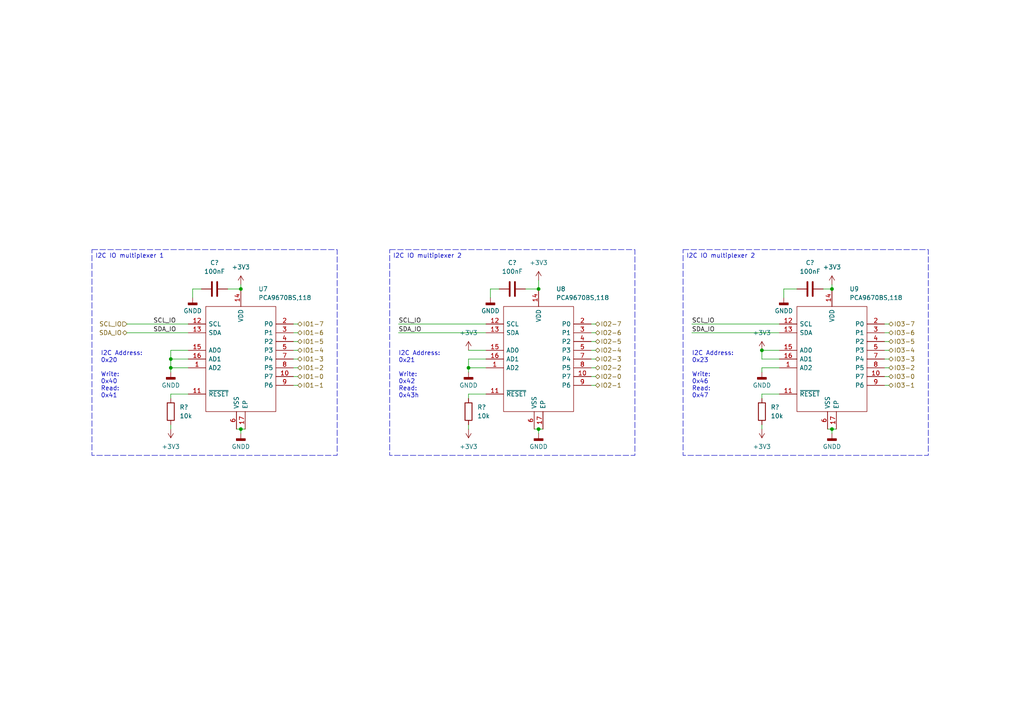
<source format=kicad_sch>
(kicad_sch (version 20230121) (generator eeschema)
  (paper "A4")
  (title_block (title "Led driver board BabySim") (date "18-09-2023") (rev "V1.0") (company "Health Concept Lab") (comment 1 "Author(s): Emiel Visser & Joris Bol"))
  (lib_symbols
    (symbol "Device:C" (pin_numbers hide) (pin_names (offset 0.254))
      (property "Reference" "C" (at 0.635 2.54 0))
      (property "Value" "C" (at 0.635 -2.54 0))
      (symbol "C_0_1"
        (polyline (pts (xy -2.032 -0.762) (xy 2.032 -0.762)) (stroke (width 0.508)))
        (polyline (pts (xy -2.032 0.762) (xy 2.032 0.762)) (stroke (width 0.508)))
      )
      (symbol "C_1_1"
        (pin passive line (at 0 3.81 270) (length 2.794) (name "~") (number "1"))
        (pin passive line (at 0 -3.81 90) (length 2.794) (name "~") (number "2"))
      )
    )
    (symbol "Device:R" (pin_numbers hide) (pin_names (offset 0))
      (property "Reference" "R" (at 2.032 0 90))
      (property "Value" "R" (at 0 0 90))
      (symbol "R_0_1"
        (rectangle (start -1.016 -2.54) (end 1.016 2.54) (stroke (width 0.254)))
      )
      (symbol "R_1_1"
        (pin passive line (at 0 3.81 270) (length 1.27) (name "~") (number "1"))
        (pin passive line (at 0 -3.81 90) (length 1.27) (name "~") (number "2"))
      )
    )
    (symbol "SamacSys_Parts:PCA9670BS,118" (pin_names (offset 0.762))
      (property "Reference" "U7" (at 20.32 15.24 0))
      (property "Value" "PCA9670BS,118" (at 20.32 12.7 0))
      (symbol "PCA9670BS,118_0_0"
        (pin passive line (at 0 -7.62 0) (length 5.08) (name "AD2") (number "1"))
        (pin passive line (at 30.48 -10.16 180) (length 5.08) (name "P7") (number "10"))
        (pin passive line (at 0 -15.24 0) (length 5.08) (name "~{RESET}") (number "11"))
        (pin passive line (at 0 5.08 0) (length 5.08) (name "SCL") (number "12"))
        (pin passive line (at 0 2.54 0) (length 5.08) (name "SDA") (number "13"))
        (pin passive line (at 15.24 15.24 270) (length 5.08) (name "VDD") (number "14"))
        (pin passive line (at 0 -2.54 0) (length 5.08) (name "AD0") (number "15"))
        (pin passive line (at 0 -5.08 0) (length 5.08) (name "AD1") (number "16"))
        (pin passive line (at 16.51 -25.4 90) (length 5.08) (name "EP") (number "17"))
        (pin passive line (at 30.48 5.08 180) (length 5.08) (name "P0") (number "2"))
        (pin passive line (at 30.48 2.54 180) (length 5.08) (name "P1") (number "3"))
        (pin passive line (at 30.48 0 180) (length 5.08) (name "P2") (number "4"))
        (pin passive line (at 30.48 -2.54 180) (length 5.08) (name "P3") (number "5"))
        (pin passive line (at 13.97 -25.4 90) (length 5.08) (name "VSS") (number "6"))
        (pin passive line (at 30.48 -5.08 180) (length 5.08) (name "P4") (number "7"))
        (pin passive line (at 30.48 -7.62 180) (length 5.08) (name "P5") (number "8"))
        (pin passive line (at 30.48 -12.7 180) (length 5.08) (name "P6") (number "9"))
      )
      (symbol "PCA9670BS,118_0_1"
        (polyline (pts (xy 5.08 10.16) (xy 25.4 10.16) (xy 25.4 -20.32) (xy 5.08 -20.32) (xy 5.08 10.16)) (stroke (width 0.1524)))
      )
    )
    (symbol "power:+3V3" (power) (pin_names (offset 0))
      (property "Value" "+3V3" (at 0 3.556 0))
      (symbol "+3V3_0_1"
        (polyline (pts (xy -0.762 1.27) (xy 0 2.54)))
        (polyline (pts (xy 0 0) (xy 0 2.54)))
        (polyline (pts (xy 0 2.54) (xy 0.762 1.27)))
      )
      (symbol "+3V3_1_1"
        (pin power_in line (at 0 0 90) (length 0) hide (name "+3V3") (number "1"))
      )
    )
    (symbol "power:GNDD" (power) (pin_names (offset 0))
      (property "Value" "GNDD" (at 0 -3.175 0))
      (symbol "GNDD_0_1"
        (rectangle (start -1.27 -1.524) (end 1.27 -2.032) (stroke (width 0.254)) (fill (type outline)))
        (polyline (pts (xy 0 0) (xy 0 -1.524)))
      )
      (symbol "GNDD_1_1"
        (pin power_in line (at 0 0 270) (length 0) hide (name "GNDD") (number "1"))
      )
    )
  )
  (junction (at 49.53 106.68))
  (junction (at 135.89 106.68))
  (junction (at 241.3 124.46))
  (junction (at 220.98 101.6))
  (junction (at 156.21 83.82))
  (junction (at 69.85 83.82))
  (junction (at 241.3 83.82))
  (junction (at 69.85 124.46))
  (junction (at 49.53 104.14))
  (junction (at 156.21 124.46))
  (wire (pts (xy 220.98 106.68) (xy 226.06 106.68)))
  (wire (pts (xy 135.89 123.19) (xy 135.89 124.46)))
  (wire (pts (xy 135.89 107.95) (xy 135.89 106.68)))
  (wire (pts (xy 49.53 123.19) (xy 49.53 124.46)))
  (wire (pts (xy 220.98 104.14) (xy 220.98 101.6)))
  (wire (pts (xy 85.09 93.98) (xy 86.36 93.98)))
  (wire (pts (xy 36.83 93.98) (xy 54.61 93.98)))
  (wire (pts (xy 156.21 124.46) (xy 157.48 124.46)))
  (wire (pts (xy 256.54 109.22) (xy 257.81 109.22)))
  (wire (pts (xy 241.3 124.46) (xy 242.57 124.46)))
  (wire (pts (xy 85.09 109.22) (xy 86.36 109.22)))
  (wire (pts (xy 256.54 101.6) (xy 257.81 101.6)))
  (wire (pts (xy 256.54 106.68) (xy 257.81 106.68)))
  (wire (pts (xy 69.85 124.46) (xy 71.12 124.46)))
  (wire (pts (xy 240.03 124.46) (xy 241.3 124.46)))
  (wire (pts (xy 238.76 83.82) (xy 241.3 83.82)))
  (wire (pts (xy 135.89 106.68) (xy 140.97 106.68)))
  (wire (pts (xy 85.09 99.06) (xy 86.36 99.06)))
  (wire (pts (xy 256.54 111.76) (xy 257.81 111.76)))
  (wire (pts (xy 85.09 101.6) (xy 86.36 101.6)))
  (wire (pts (xy 171.45 93.98) (xy 172.72 93.98)))
  (wire (pts (xy 156.21 124.46) (xy 156.21 125.73)))
  (wire (pts (xy 55.88 86.36) (xy 55.88 83.82)))
  (wire (pts (xy 85.09 106.68) (xy 86.36 106.68)))
  (wire (pts (xy 69.85 82.55) (xy 69.85 83.82)))
  (wire (pts (xy 85.09 104.14) (xy 86.36 104.14)))
  (wire (pts (xy 69.85 124.46) (xy 69.85 125.73)))
  (wire (pts (xy 171.45 96.52) (xy 172.72 96.52)))
  (wire (pts (xy 171.45 101.6) (xy 172.72 101.6)))
  (wire (pts (xy 49.53 104.14) (xy 49.53 101.6)))
  (wire (pts (xy 256.54 104.14) (xy 257.81 104.14)))
  (wire (pts (xy 49.53 106.68) (xy 54.61 106.68)))
  (wire (pts (xy 85.09 96.52) (xy 86.36 96.52)))
  (wire (pts (xy 36.83 96.52) (xy 54.61 96.52)))
  (wire (pts (xy 135.89 101.6) (xy 140.97 101.6)))
  (wire (pts (xy 171.45 106.68) (xy 172.72 106.68)))
  (wire (pts (xy 200.66 96.52) (xy 226.06 96.52)))
  (wire (pts (xy 55.88 83.82) (xy 58.42 83.82)))
  (wire (pts (xy 171.45 104.14) (xy 172.72 104.14)))
  (wire (pts (xy 171.45 99.06) (xy 172.72 99.06)))
  (wire (pts (xy 256.54 99.06) (xy 257.81 99.06)))
  (wire (pts (xy 49.53 101.6) (xy 54.61 101.6)))
  (wire (pts (xy 241.3 82.55) (xy 241.3 83.82)))
  (wire (pts (xy 220.98 123.19) (xy 220.98 124.46)))
  (wire (pts (xy 49.53 106.68) (xy 49.53 104.14)))
  (wire (pts (xy 220.98 101.6) (xy 226.06 101.6)))
  (wire (pts (xy 135.89 104.14) (xy 140.97 104.14)))
  (wire (pts (xy 220.98 114.3) (xy 220.98 115.57)))
  (wire (pts (xy 49.53 107.95) (xy 49.53 106.68)))
  (wire (pts (xy 256.54 96.52) (xy 257.81 96.52)))
  (wire (pts (xy 171.45 111.76) (xy 172.72 111.76)))
  (wire (pts (xy 115.57 93.98) (xy 140.97 93.98)))
  (wire (pts (xy 142.24 83.82) (xy 144.78 83.82)))
  (wire (pts (xy 140.97 114.3) (xy 135.89 114.3)))
  (wire (pts (xy 226.06 114.3) (xy 220.98 114.3)))
  (wire (pts (xy 135.89 114.3) (xy 135.89 115.57)))
  (wire (pts (xy 154.94 124.46) (xy 156.21 124.46)))
  (wire (pts (xy 66.04 83.82) (xy 69.85 83.82)))
  (wire (pts (xy 200.66 93.98) (xy 226.06 93.98)))
  (wire (pts (xy 220.98 107.95) (xy 220.98 106.68)))
  (wire (pts (xy 135.89 106.68) (xy 135.89 104.14)))
  (wire (pts (xy 171.45 109.22) (xy 172.72 109.22)))
  (wire (pts (xy 54.61 114.3) (xy 49.53 114.3)))
  (wire (pts (xy 115.57 96.52) (xy 140.97 96.52)))
  (wire (pts (xy 241.3 124.46) (xy 241.3 125.73)))
  (wire (pts (xy 152.4 83.82) (xy 156.21 83.82)))
  (wire (pts (xy 142.24 86.36) (xy 142.24 83.82)))
  (wire (pts (xy 227.33 83.82) (xy 231.14 83.82)))
  (wire (pts (xy 256.54 93.98) (xy 257.81 93.98)))
  (wire (pts (xy 49.53 104.14) (xy 54.61 104.14)))
  (wire (pts (xy 68.58 124.46) (xy 69.85 124.46)))
  (wire (pts (xy 227.33 86.36) (xy 227.33 83.82)))
  (wire (pts (xy 220.98 104.14) (xy 226.06 104.14)))
  (wire (pts (xy 49.53 114.3) (xy 49.53 115.57)))
  (wire (pts (xy 85.09 111.76) (xy 86.36 111.76)))
  (wire (pts (xy 156.21 81.28) (xy 156.21 83.82)))
  (text_box "I2C IO multiplexer 1" (at 26.67 72.39 0) (size 71.12 59.69) (stroke (width 0) (type dash)) (effects (font (size 1.27 1.27)) (justify left top)))
  (text_box "I2C IO multiplexer 2" (at 198.12 72.39 0) (size 71.12 59.69) (stroke (width 0) (type dash)) (effects (font (size 1.27 1.27)) (justify left top)))
  (text_box "I2C IO multiplexer 2" (at 113.03 72.39 0) (size 71.12 59.69) (stroke (width 0) (type dash)) (effects (font (size 1.27 1.27)) (justify left top)))
  (text "I2C Address: \n0x20\n\nWrite:\n0x40\nRead:\n0x41" (at 29.21 115.57 0) (effects (font (size 1.27 1.27)) (justify left bottom)))
  (text "I2C Address: \n0x23\n\nWrite:\n0x46\nRead:\n0x47" (at 200.66 115.57 0) (effects (font (size 1.27 1.27)) (justify left bottom)))
  (text "I2C Address: \n0x21\n\nWrite:\n0x42\nRead:\n0x43h" (at 115.57 115.57 0) (effects (font (size 1.27 1.27)) (justify left bottom)))
  (label "SCL_IO" (at 200.66 93.98 0))
  (label "SDA_IO" (at 200.66 96.52 0))
  (label "SDA_IO" (at 115.57 96.52 0))
  (label "SCL_IO" (at 44.45 93.98 0))
  (label "SDA_IO" (at 44.45 96.52 0))
  (label "SCL_IO" (at 115.57 93.98 0))
  (hierarchical_label "IO2-6" (shape bidirectional) (at 172.72 96.52 0))
  (hierarchical_label "IO2-4" (shape bidirectional) (at 172.72 101.6 0))
  (hierarchical_label "IO3-4" (shape bidirectional) (at 257.81 101.6 0))
  (hierarchical_label "IO1-2" (shape bidirectional) (at 86.36 106.68 0))
  (hierarchical_label "SCL_IO" (shape input) (at 36.83 93.98 180))
  (hierarchical_label "IO1-3" (shape bidirectional) (at 86.36 104.14 0))
  (hierarchical_label "IO3-6" (shape bidirectional) (at 257.81 96.52 0))
  (hierarchical_label "IO1-6" (shape bidirectional) (at 86.36 96.52 0))
  (hierarchical_label "IO1-5" (shape bidirectional) (at 86.36 99.06 0))
  (hierarchical_label "IO3-0" (shape bidirectional) (at 257.81 109.22 0))
  (hierarchical_label "IO3-2" (shape bidirectional) (at 257.81 106.68 0))
  (hierarchical_label "IO2-3" (shape bidirectional) (at 172.72 104.14 0))
  (hierarchical_label "IO3-5" (shape bidirectional) (at 257.81 99.06 0))
  (hierarchical_label "IO3-1" (shape bidirectional) (at 257.81 111.76 0))
  (hierarchical_label "IO3-7" (shape bidirectional) (at 257.81 93.98 0))
  (hierarchical_label "IO1-7" (shape bidirectional) (at 86.36 93.98 0))
  (hierarchical_label "IO2-7" (shape bidirectional) (at 172.72 93.98 0))
  (hierarchical_label "IO2-1" (shape bidirectional) (at 172.72 111.76 0))
  (hierarchical_label "IO1-0" (shape bidirectional) (at 86.36 109.22 0))
  (hierarchical_label "IO1-4" (shape bidirectional) (at 86.36 101.6 0))
  (hierarchical_label "IO2-2" (shape bidirectional) (at 172.72 106.68 0))
  (hierarchical_label "IO2-0" (shape bidirectional) (at 172.72 109.22 0))
  (hierarchical_label "IO2-5" (shape bidirectional) (at 172.72 99.06 0))
  (hierarchical_label "IO3-3" (shape bidirectional) (at 257.81 104.14 0))
  (hierarchical_label "SDA_IO" (shape bidirectional) (at 36.83 96.52 180))
  (hierarchical_label "IO1-1" (shape bidirectional) (at 86.36 111.76 0))
  (symbol (lib_id "power:GNDD") (at 135.89 107.95 0) (unit 1)
    (property "Reference" "#PWR0115" (effects hide))
    (property "Value" "GNDD" (at 135.89 111.76 0))
  )
  (symbol (lib_id "power:GNDD") (at 49.53 107.95 0) (unit 1)
    (property "Reference" "#PWR0109" (effects hide))
    (property "Value" "GNDD" (at 49.53 111.76 0))
  )
  (symbol (lib_id "Device:C") (at 62.23 83.82 270) (unit 1)
    (property "Reference" "C?" (at 62.23 76.2 90))
    (property "Value" "100nF" (at 62.23 78.74 90))
    (property "Footprint" "Capacitor_SMD:C_0603_1608Metric_Pad1.08x0.95mm_HandSolder" (effects hide))
    (instances (project "LedDriverBoard_V2" (path "" (reference "C?") (unit 1)) (path "" (reference "C?") (unit 1)) (path "" (reference "C21") (unit 1)) (path "" (reference "C29") (unit 1))))
  )
  (symbol (lib_id "power:+3V3") (at 241.3 82.55 0) (unit 1)
    (property "Reference" "#PWR0124" (effects hide))
    (property "Value" "+3V3" (at 241.3 77.47 0))
  )
  (symbol (lib_id "power:GNDD") (at 69.85 125.73 0) (unit 1)
    (property "Reference" "#PWR0113" (effects hide))
    (property "Value" "GNDD" (at 69.85 129.54 0))
  )
  (symbol (lib_id "Device:R") (at 220.98 119.38 0) (unit 1)
    (property "Reference" "R?" (at 223.52 118.11 0) (effects (justify left)))
    (property "Value" "10k" (at 223.52 120.65 0) (effects (justify left)))
    (property "Footprint" "Resistor_SMD:R_0603_1608Metric_Pad0.98x0.95mm_HandSolder" (effects hide))
    (instances (project "LedDriverBoard_V2" (path "" (reference "R?") (unit 1)) (path "" (reference "R35") (unit 1))))
  )
  (symbol (lib_id "power:+3V3") (at 49.53 124.46 180) (unit 1)
    (property "Reference" "#PWR0110" (effects hide))
    (property "Value" "+3V3" (at 49.53 129.54 0))
  )
  (symbol (lib_id "power:+3V3") (at 135.89 124.46 180) (unit 1)
    (property "Reference" "#PWR0116" (effects hide))
    (property "Value" "+3V3" (at 135.89 129.54 0))
  )
  (symbol (lib_id "power:+3V3") (at 220.98 101.6 0) (unit 1)
    (property "Reference" "#PWR0120" (effects hide))
    (property "Value" "+3V3" (at 220.98 96.52 0))
  )
  (symbol (lib_id "power:GNDD") (at 156.21 125.73 0) (unit 1)
    (property "Reference" "#PWR0119" (effects hide))
    (property "Value" "GNDD" (at 156.21 129.54 0))
  )
  (symbol (lib_id "Device:C") (at 234.95 83.82 270) (unit 1)
    (property "Reference" "C?" (at 234.95 76.2 90))
    (property "Value" "100nF" (at 234.95 78.74 90))
    (property "Footprint" "Capacitor_SMD:C_0603_1608Metric_Pad1.08x0.95mm_HandSolder" (effects hide))
    (instances (project "LedDriverBoard_V2" (path "" (reference "C?") (unit 1)) (path "" (reference "C?") (unit 1)) (path "" (reference "C21") (unit 1)) (path "" (reference "C31") (unit 1))))
  )
  (symbol (lib_id "power:+3V3") (at 220.98 124.46 180) (unit 1)
    (property "Reference" "#PWR0122" (effects hide))
    (property "Value" "+3V3" (at 220.98 129.54 0))
  )
  (symbol (lib_id "Device:C") (at 148.59 83.82 270) (unit 1)
    (property "Reference" "C?" (at 148.59 76.2 90))
    (property "Value" "100nF" (at 148.59 78.74 90))
    (property "Footprint" "Capacitor_SMD:C_0603_1608Metric_Pad1.08x0.95mm_HandSolder" (effects hide))
    (instances (project "LedDriverBoard_V2" (path "" (reference "C?") (unit 1)) (path "" (reference "C?") (unit 1)) (path "" (reference "C21") (unit 1)) (path "" (reference "C30") (unit 1))))
  )
  (symbol (lib_id "power:GNDD") (at 241.3 125.73 0) (unit 1)
    (property "Reference" "#PWR0125" (effects hide))
    (property "Value" "GNDD" (at 241.3 129.54 0))
  )
  (symbol (lib_id "SamacSys_Parts:PCA9670BS,118") (at 140.97 99.06 0) (unit 1)
    (property "Reference" "U8" (at 161.29 83.82 0) (effects (justify left)))
    (property "Value" "PCA9670BS,118" (at 161.29 86.36 0) (effects (justify left)))
    (property "Footprint" "QFN50P300X300X100-17N-D" (effects hide))
    (property "Datasheet" "http://www.nxp.com/docs/en/data-sheet/PCA9670.pdf" (effects hide))
    (property "Description" "Interface - I/O Expanders REMOTE 8-BIT GPIO" (effects hide))
    (property "Height" "1" (effects hide))
    (property "Manufacturer_Name" "NXP" (effects hide))
    (property "Manufacturer_Part_Number" "PCA9670BS,118" (effects hide))
    (property "Mouser Part Number" "771-PCA9670BS118" (effects hide))
    (property "Mouser Price/Stock" "https://www.mouser.co.uk/ProductDetail/NXP-Semiconductors/PCA9670BS118?qs=LOCUfHb8d9vyec%2F1PtVhAw%3D%3D" (effects hide))
    (property "Arrow Part Number" "PCA9670BS,118" (effects hide))
    (property "Arrow Price/Stock" "https://www.arrow.com/en/products/pca9670bs118/nxp-semiconductors" (effects hide))
  )
  (symbol (lib_id "SamacSys_Parts:PCA9670BS,118") (at 226.06 99.06 0) (unit 1)
    (property "Reference" "U9" (at 246.38 83.82 0) (effects (justify left)))
    (property "Value" "PCA9670BS,118" (at 246.38 86.36 0) (effects (justify left)))
    (property "Footprint" "QFN50P300X300X100-17N-D" (effects hide))
    (property "Datasheet" "http://www.nxp.com/docs/en/data-sheet/PCA9670.pdf" (effects hide))
    (property "Description" "Interface - I/O Expanders REMOTE 8-BIT GPIO" (effects hide))
    (property "Height" "1" (effects hide))
    (property "Manufacturer_Name" "NXP" (effects hide))
    (property "Manufacturer_Part_Number" "PCA9670BS,118" (effects hide))
    (property "Mouser Part Number" "771-PCA9670BS118" (effects hide))
    (property "Mouser Price/Stock" "https://www.mouser.co.uk/ProductDetail/NXP-Semiconductors/PCA9670BS118?qs=LOCUfHb8d9vyec%2F1PtVhAw%3D%3D" (effects hide))
    (property "Arrow Part Number" "PCA9670BS,118" (effects hide))
    (property "Arrow Price/Stock" "https://www.arrow.com/en/products/pca9670bs118/nxp-semiconductors" (effects hide))
  )
  (symbol (lib_id "power:+3V3") (at 69.85 82.55 0) (unit 1)
    (property "Reference" "#PWR0112" (effects hide))
    (property "Value" "+3V3" (at 69.85 77.47 0))
  )
  (symbol (lib_id "power:GNDD") (at 142.24 86.36 0) (unit 1)
    (property "Reference" "#PWR0117" (effects hide))
    (property "Value" "GNDD" (at 142.24 90.17 0))
  )
  (symbol (lib_id "Device:R") (at 135.89 119.38 0) (unit 1)
    (property "Reference" "R?" (at 138.43 118.11 0) (effects (justify left)))
    (property "Value" "10k" (at 138.43 120.65 0) (effects (justify left)))
    (property "Footprint" "Resistor_SMD:R_0603_1608Metric_Pad0.98x0.95mm_HandSolder" (effects hide))
    (instances (project "LedDriverBoard_V2" (path "" (reference "R?") (unit 1)) (path "" (reference "R34") (unit 1))))
  )
  (symbol (lib_id "SamacSys_Parts:PCA9670BS,118") (at 54.61 99.06 0) (unit 1)
    (property "Reference" "U7" (at 74.93 83.82 0) (effects (justify left)))
    (property "Value" "PCA9670BS,118" (at 74.93 86.36 0) (effects (justify left)))
    (property "Footprint" "QFN50P300X300X100-17N-D" (effects hide))
    (property "Datasheet" "http://www.nxp.com/docs/en/data-sheet/PCA9670.pdf" (effects hide))
    (property "Description" "Interface - I/O Expanders REMOTE 8-BIT GPIO" (effects hide))
    (property "Height" "1" (effects hide))
    (property "Manufacturer_Name" "NXP" (effects hide))
    (property "Manufacturer_Part_Number" "PCA9670BS,118" (effects hide))
    (property "Mouser Part Number" "771-PCA9670BS118" (effects hide))
    (property "Mouser Price/Stock" "https://www.mouser.co.uk/ProductDetail/NXP-Semiconductors/PCA9670BS118?qs=LOCUfHb8d9vyec%2F1PtVhAw%3D%3D" (effects hide))
    (property "Arrow Part Number" "PCA9670BS,118" (effects hide))
    (property "Arrow Price/Stock" "https://www.arrow.com/en/products/pca9670bs118/nxp-semiconductors" (effects hide))
  )
  (symbol (lib_id "power:GNDD") (at 227.33 86.36 0) (unit 1)
    (property "Reference" "#PWR0123" (effects hide))
    (property "Value" "GNDD" (at 227.33 90.17 0))
  )
  (symbol (lib_id "power:GNDD") (at 55.88 86.36 0) (unit 1)
    (property "Reference" "#PWR0111" (effects hide))
    (property "Value" "GNDD" (at 55.88 90.17 0))
  )
  (symbol (lib_id "Device:R") (at 49.53 119.38 0) (unit 1)
    (property "Reference" "R?" (at 52.07 118.11 0) (effects (justify left)))
    (property "Value" "10k" (at 52.07 120.65 0) (effects (justify left)))
    (property "Footprint" "Resistor_SMD:R_0603_1608Metric_Pad0.98x0.95mm_HandSolder" (effects hide))
    (instances (project "LedDriverBoard_V2" (path "" (reference "R?") (unit 1)) (path "" (reference "R33") (unit 1))))
  )
  (symbol (lib_id "power:+3V3") (at 156.21 81.28 0) (unit 1)
    (property "Reference" "#PWR0118" (effects hide))
    (property "Value" "+3V3" (at 156.21 76.2 0))
  )
  (symbol (lib_id "power:GNDD") (at 220.98 107.95 0) (unit 1)
    (property "Reference" "#PWR0121" (effects hide))
    (property "Value" "GNDD" (at 220.98 111.76 0))
  )
  (symbol (lib_id "power:+3V3") (at 135.89 101.6 0) (unit 1)
    (property "Reference" "#PWR0114" (effects hide))
    (property "Value" "+3V3" (at 135.89 96.52 0))
  )
)
</source>
